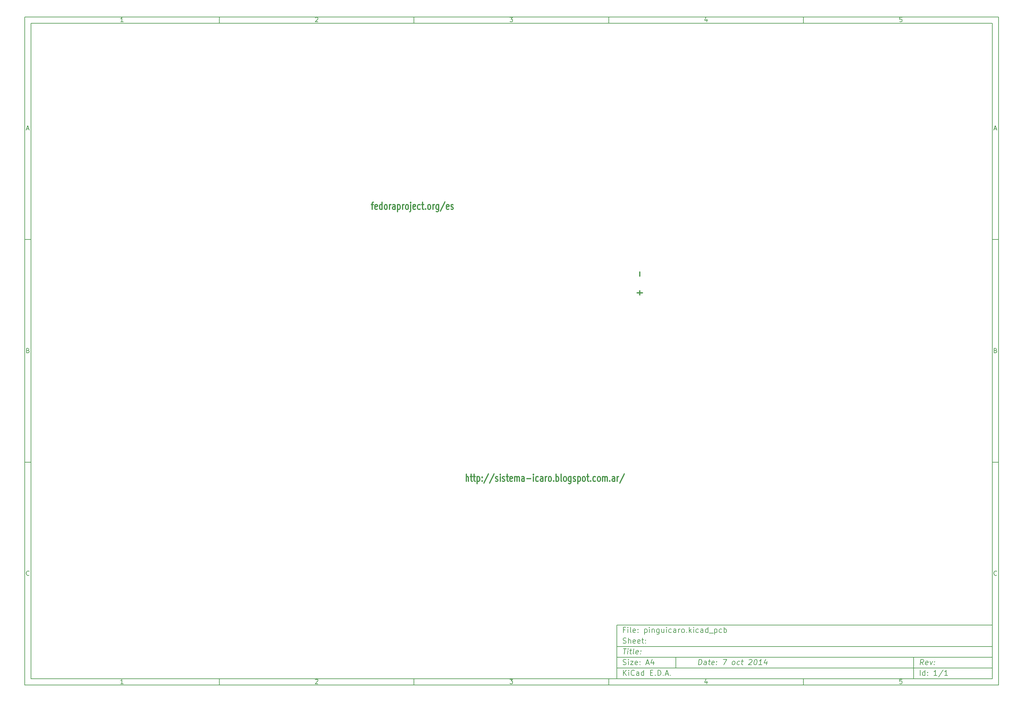
<source format=gbr>
G04 (created by PCBNEW (2013-june-11)-stable) date mar 07 oct 2014 09:39:09 ART*
%MOIN*%
G04 Gerber Fmt 3.4, Leading zero omitted, Abs format*
%FSLAX34Y34*%
G01*
G70*
G90*
G04 APERTURE LIST*
%ADD10C,0.00590551*%
%ADD11C,0.012*%
G04 APERTURE END LIST*
G54D10*
X4000Y-4000D02*
X112930Y-4000D01*
X112930Y-78680D01*
X4000Y-78680D01*
X4000Y-4000D01*
X4700Y-4700D02*
X112230Y-4700D01*
X112230Y-77980D01*
X4700Y-77980D01*
X4700Y-4700D01*
X25780Y-4000D02*
X25780Y-4700D01*
X15032Y-4552D02*
X14747Y-4552D01*
X14890Y-4552D02*
X14890Y-4052D01*
X14842Y-4123D01*
X14794Y-4171D01*
X14747Y-4195D01*
X25780Y-78680D02*
X25780Y-77980D01*
X15032Y-78532D02*
X14747Y-78532D01*
X14890Y-78532D02*
X14890Y-78032D01*
X14842Y-78103D01*
X14794Y-78151D01*
X14747Y-78175D01*
X47560Y-4000D02*
X47560Y-4700D01*
X36527Y-4100D02*
X36550Y-4076D01*
X36598Y-4052D01*
X36717Y-4052D01*
X36765Y-4076D01*
X36789Y-4100D01*
X36812Y-4147D01*
X36812Y-4195D01*
X36789Y-4266D01*
X36503Y-4552D01*
X36812Y-4552D01*
X47560Y-78680D02*
X47560Y-77980D01*
X36527Y-78080D02*
X36550Y-78056D01*
X36598Y-78032D01*
X36717Y-78032D01*
X36765Y-78056D01*
X36789Y-78080D01*
X36812Y-78127D01*
X36812Y-78175D01*
X36789Y-78246D01*
X36503Y-78532D01*
X36812Y-78532D01*
X69340Y-4000D02*
X69340Y-4700D01*
X58283Y-4052D02*
X58592Y-4052D01*
X58426Y-4242D01*
X58497Y-4242D01*
X58545Y-4266D01*
X58569Y-4290D01*
X58592Y-4338D01*
X58592Y-4457D01*
X58569Y-4504D01*
X58545Y-4528D01*
X58497Y-4552D01*
X58354Y-4552D01*
X58307Y-4528D01*
X58283Y-4504D01*
X69340Y-78680D02*
X69340Y-77980D01*
X58283Y-78032D02*
X58592Y-78032D01*
X58426Y-78222D01*
X58497Y-78222D01*
X58545Y-78246D01*
X58569Y-78270D01*
X58592Y-78318D01*
X58592Y-78437D01*
X58569Y-78484D01*
X58545Y-78508D01*
X58497Y-78532D01*
X58354Y-78532D01*
X58307Y-78508D01*
X58283Y-78484D01*
X91120Y-4000D02*
X91120Y-4700D01*
X80325Y-4219D02*
X80325Y-4552D01*
X80206Y-4028D02*
X80087Y-4385D01*
X80396Y-4385D01*
X91120Y-78680D02*
X91120Y-77980D01*
X80325Y-78199D02*
X80325Y-78532D01*
X80206Y-78008D02*
X80087Y-78365D01*
X80396Y-78365D01*
X102129Y-4052D02*
X101890Y-4052D01*
X101867Y-4290D01*
X101890Y-4266D01*
X101938Y-4242D01*
X102057Y-4242D01*
X102105Y-4266D01*
X102129Y-4290D01*
X102152Y-4338D01*
X102152Y-4457D01*
X102129Y-4504D01*
X102105Y-4528D01*
X102057Y-4552D01*
X101938Y-4552D01*
X101890Y-4528D01*
X101867Y-4504D01*
X102129Y-78032D02*
X101890Y-78032D01*
X101867Y-78270D01*
X101890Y-78246D01*
X101938Y-78222D01*
X102057Y-78222D01*
X102105Y-78246D01*
X102129Y-78270D01*
X102152Y-78318D01*
X102152Y-78437D01*
X102129Y-78484D01*
X102105Y-78508D01*
X102057Y-78532D01*
X101938Y-78532D01*
X101890Y-78508D01*
X101867Y-78484D01*
X4000Y-28890D02*
X4700Y-28890D01*
X4230Y-16509D02*
X4469Y-16509D01*
X4183Y-16652D02*
X4350Y-16152D01*
X4516Y-16652D01*
X112930Y-28890D02*
X112230Y-28890D01*
X112460Y-16509D02*
X112699Y-16509D01*
X112413Y-16652D02*
X112580Y-16152D01*
X112746Y-16652D01*
X4000Y-53780D02*
X4700Y-53780D01*
X4385Y-41280D02*
X4457Y-41304D01*
X4480Y-41328D01*
X4504Y-41375D01*
X4504Y-41447D01*
X4480Y-41494D01*
X4457Y-41518D01*
X4409Y-41542D01*
X4219Y-41542D01*
X4219Y-41042D01*
X4385Y-41042D01*
X4433Y-41066D01*
X4457Y-41090D01*
X4480Y-41137D01*
X4480Y-41185D01*
X4457Y-41232D01*
X4433Y-41256D01*
X4385Y-41280D01*
X4219Y-41280D01*
X112930Y-53780D02*
X112230Y-53780D01*
X112615Y-41280D02*
X112687Y-41304D01*
X112710Y-41328D01*
X112734Y-41375D01*
X112734Y-41447D01*
X112710Y-41494D01*
X112687Y-41518D01*
X112639Y-41542D01*
X112449Y-41542D01*
X112449Y-41042D01*
X112615Y-41042D01*
X112663Y-41066D01*
X112687Y-41090D01*
X112710Y-41137D01*
X112710Y-41185D01*
X112687Y-41232D01*
X112663Y-41256D01*
X112615Y-41280D01*
X112449Y-41280D01*
X4504Y-66384D02*
X4480Y-66408D01*
X4409Y-66432D01*
X4361Y-66432D01*
X4290Y-66408D01*
X4242Y-66360D01*
X4219Y-66313D01*
X4195Y-66218D01*
X4195Y-66146D01*
X4219Y-66051D01*
X4242Y-66003D01*
X4290Y-65956D01*
X4361Y-65932D01*
X4409Y-65932D01*
X4480Y-65956D01*
X4504Y-65980D01*
X112734Y-66384D02*
X112710Y-66408D01*
X112639Y-66432D01*
X112591Y-66432D01*
X112520Y-66408D01*
X112472Y-66360D01*
X112449Y-66313D01*
X112425Y-66218D01*
X112425Y-66146D01*
X112449Y-66051D01*
X112472Y-66003D01*
X112520Y-65956D01*
X112591Y-65932D01*
X112639Y-65932D01*
X112710Y-65956D01*
X112734Y-65980D01*
X79380Y-76422D02*
X79455Y-75822D01*
X79597Y-75822D01*
X79680Y-75851D01*
X79730Y-75908D01*
X79751Y-75965D01*
X79765Y-76080D01*
X79755Y-76165D01*
X79712Y-76280D01*
X79676Y-76337D01*
X79612Y-76394D01*
X79522Y-76422D01*
X79380Y-76422D01*
X80237Y-76422D02*
X80276Y-76108D01*
X80255Y-76051D01*
X80201Y-76022D01*
X80087Y-76022D01*
X80026Y-76051D01*
X80240Y-76394D02*
X80180Y-76422D01*
X80037Y-76422D01*
X79983Y-76394D01*
X79962Y-76337D01*
X79969Y-76280D01*
X80005Y-76222D01*
X80065Y-76194D01*
X80208Y-76194D01*
X80269Y-76165D01*
X80487Y-76022D02*
X80715Y-76022D01*
X80597Y-75822D02*
X80533Y-76337D01*
X80555Y-76394D01*
X80608Y-76422D01*
X80665Y-76422D01*
X81097Y-76394D02*
X81037Y-76422D01*
X80922Y-76422D01*
X80869Y-76394D01*
X80847Y-76337D01*
X80876Y-76108D01*
X80912Y-76051D01*
X80972Y-76022D01*
X81087Y-76022D01*
X81140Y-76051D01*
X81162Y-76108D01*
X81155Y-76165D01*
X80862Y-76222D01*
X81387Y-76365D02*
X81412Y-76394D01*
X81380Y-76422D01*
X81355Y-76394D01*
X81387Y-76365D01*
X81380Y-76422D01*
X81426Y-76051D02*
X81451Y-76080D01*
X81419Y-76108D01*
X81394Y-76080D01*
X81426Y-76051D01*
X81419Y-76108D01*
X82140Y-75822D02*
X82540Y-75822D01*
X82208Y-76422D01*
X83237Y-76422D02*
X83183Y-76394D01*
X83158Y-76365D01*
X83137Y-76308D01*
X83158Y-76137D01*
X83194Y-76080D01*
X83226Y-76051D01*
X83287Y-76022D01*
X83372Y-76022D01*
X83426Y-76051D01*
X83451Y-76080D01*
X83472Y-76137D01*
X83451Y-76308D01*
X83415Y-76365D01*
X83383Y-76394D01*
X83322Y-76422D01*
X83237Y-76422D01*
X83955Y-76394D02*
X83894Y-76422D01*
X83780Y-76422D01*
X83726Y-76394D01*
X83701Y-76365D01*
X83680Y-76308D01*
X83701Y-76137D01*
X83737Y-76080D01*
X83769Y-76051D01*
X83830Y-76022D01*
X83944Y-76022D01*
X83997Y-76051D01*
X84172Y-76022D02*
X84401Y-76022D01*
X84283Y-75822D02*
X84219Y-76337D01*
X84240Y-76394D01*
X84294Y-76422D01*
X84351Y-76422D01*
X85047Y-75880D02*
X85080Y-75851D01*
X85140Y-75822D01*
X85283Y-75822D01*
X85337Y-75851D01*
X85362Y-75880D01*
X85383Y-75937D01*
X85376Y-75994D01*
X85337Y-76080D01*
X84951Y-76422D01*
X85322Y-76422D01*
X85769Y-75822D02*
X85826Y-75822D01*
X85880Y-75851D01*
X85905Y-75880D01*
X85926Y-75937D01*
X85940Y-76051D01*
X85922Y-76194D01*
X85880Y-76308D01*
X85844Y-76365D01*
X85812Y-76394D01*
X85751Y-76422D01*
X85694Y-76422D01*
X85640Y-76394D01*
X85615Y-76365D01*
X85594Y-76308D01*
X85580Y-76194D01*
X85597Y-76051D01*
X85640Y-75937D01*
X85676Y-75880D01*
X85708Y-75851D01*
X85769Y-75822D01*
X86465Y-76422D02*
X86122Y-76422D01*
X86294Y-76422D02*
X86369Y-75822D01*
X86301Y-75908D01*
X86237Y-75965D01*
X86176Y-75994D01*
X87030Y-76022D02*
X86980Y-76422D01*
X86915Y-75794D02*
X86719Y-76222D01*
X87090Y-76222D01*
X70972Y-77622D02*
X70972Y-77022D01*
X71315Y-77622D02*
X71058Y-77280D01*
X71315Y-77022D02*
X70972Y-77365D01*
X71572Y-77622D02*
X71572Y-77222D01*
X71572Y-77022D02*
X71544Y-77051D01*
X71572Y-77080D01*
X71601Y-77051D01*
X71572Y-77022D01*
X71572Y-77080D01*
X72201Y-77565D02*
X72172Y-77594D01*
X72087Y-77622D01*
X72030Y-77622D01*
X71944Y-77594D01*
X71887Y-77537D01*
X71858Y-77480D01*
X71830Y-77365D01*
X71830Y-77280D01*
X71858Y-77165D01*
X71887Y-77108D01*
X71944Y-77051D01*
X72030Y-77022D01*
X72087Y-77022D01*
X72172Y-77051D01*
X72201Y-77080D01*
X72715Y-77622D02*
X72715Y-77308D01*
X72687Y-77251D01*
X72630Y-77222D01*
X72515Y-77222D01*
X72458Y-77251D01*
X72715Y-77594D02*
X72658Y-77622D01*
X72515Y-77622D01*
X72458Y-77594D01*
X72430Y-77537D01*
X72430Y-77480D01*
X72458Y-77422D01*
X72515Y-77394D01*
X72658Y-77394D01*
X72715Y-77365D01*
X73258Y-77622D02*
X73258Y-77022D01*
X73258Y-77594D02*
X73201Y-77622D01*
X73087Y-77622D01*
X73030Y-77594D01*
X73001Y-77565D01*
X72972Y-77508D01*
X72972Y-77337D01*
X73001Y-77280D01*
X73030Y-77251D01*
X73087Y-77222D01*
X73201Y-77222D01*
X73258Y-77251D01*
X74001Y-77308D02*
X74201Y-77308D01*
X74287Y-77622D02*
X74001Y-77622D01*
X74001Y-77022D01*
X74287Y-77022D01*
X74544Y-77565D02*
X74572Y-77594D01*
X74544Y-77622D01*
X74515Y-77594D01*
X74544Y-77565D01*
X74544Y-77622D01*
X74829Y-77622D02*
X74829Y-77022D01*
X74972Y-77022D01*
X75058Y-77051D01*
X75115Y-77108D01*
X75144Y-77165D01*
X75172Y-77280D01*
X75172Y-77365D01*
X75144Y-77480D01*
X75115Y-77537D01*
X75058Y-77594D01*
X74972Y-77622D01*
X74829Y-77622D01*
X75429Y-77565D02*
X75458Y-77594D01*
X75429Y-77622D01*
X75401Y-77594D01*
X75429Y-77565D01*
X75429Y-77622D01*
X75687Y-77451D02*
X75972Y-77451D01*
X75629Y-77622D02*
X75829Y-77022D01*
X76029Y-77622D01*
X76229Y-77565D02*
X76258Y-77594D01*
X76229Y-77622D01*
X76201Y-77594D01*
X76229Y-77565D01*
X76229Y-77622D01*
X104522Y-76422D02*
X104358Y-76137D01*
X104180Y-76422D02*
X104255Y-75822D01*
X104483Y-75822D01*
X104537Y-75851D01*
X104562Y-75880D01*
X104583Y-75937D01*
X104572Y-76022D01*
X104537Y-76080D01*
X104505Y-76108D01*
X104444Y-76137D01*
X104215Y-76137D01*
X105012Y-76394D02*
X104951Y-76422D01*
X104837Y-76422D01*
X104783Y-76394D01*
X104762Y-76337D01*
X104790Y-76108D01*
X104826Y-76051D01*
X104887Y-76022D01*
X105001Y-76022D01*
X105055Y-76051D01*
X105076Y-76108D01*
X105069Y-76165D01*
X104776Y-76222D01*
X105287Y-76022D02*
X105380Y-76422D01*
X105572Y-76022D01*
X105758Y-76365D02*
X105783Y-76394D01*
X105751Y-76422D01*
X105726Y-76394D01*
X105758Y-76365D01*
X105751Y-76422D01*
X105797Y-76051D02*
X105822Y-76080D01*
X105790Y-76108D01*
X105765Y-76080D01*
X105797Y-76051D01*
X105790Y-76108D01*
X70944Y-76394D02*
X71030Y-76422D01*
X71172Y-76422D01*
X71230Y-76394D01*
X71258Y-76365D01*
X71287Y-76308D01*
X71287Y-76251D01*
X71258Y-76194D01*
X71230Y-76165D01*
X71172Y-76137D01*
X71058Y-76108D01*
X71001Y-76080D01*
X70972Y-76051D01*
X70944Y-75994D01*
X70944Y-75937D01*
X70972Y-75880D01*
X71001Y-75851D01*
X71058Y-75822D01*
X71201Y-75822D01*
X71287Y-75851D01*
X71544Y-76422D02*
X71544Y-76022D01*
X71544Y-75822D02*
X71515Y-75851D01*
X71544Y-75880D01*
X71572Y-75851D01*
X71544Y-75822D01*
X71544Y-75880D01*
X71772Y-76022D02*
X72087Y-76022D01*
X71772Y-76422D01*
X72087Y-76422D01*
X72544Y-76394D02*
X72487Y-76422D01*
X72372Y-76422D01*
X72315Y-76394D01*
X72287Y-76337D01*
X72287Y-76108D01*
X72315Y-76051D01*
X72372Y-76022D01*
X72487Y-76022D01*
X72544Y-76051D01*
X72572Y-76108D01*
X72572Y-76165D01*
X72287Y-76222D01*
X72830Y-76365D02*
X72858Y-76394D01*
X72830Y-76422D01*
X72801Y-76394D01*
X72830Y-76365D01*
X72830Y-76422D01*
X72830Y-76051D02*
X72858Y-76080D01*
X72830Y-76108D01*
X72801Y-76080D01*
X72830Y-76051D01*
X72830Y-76108D01*
X73544Y-76251D02*
X73830Y-76251D01*
X73487Y-76422D02*
X73687Y-75822D01*
X73887Y-76422D01*
X74344Y-76022D02*
X74344Y-76422D01*
X74201Y-75794D02*
X74058Y-76222D01*
X74430Y-76222D01*
X104172Y-77622D02*
X104172Y-77022D01*
X104715Y-77622D02*
X104715Y-77022D01*
X104715Y-77594D02*
X104658Y-77622D01*
X104544Y-77622D01*
X104487Y-77594D01*
X104458Y-77565D01*
X104430Y-77508D01*
X104430Y-77337D01*
X104458Y-77280D01*
X104487Y-77251D01*
X104544Y-77222D01*
X104658Y-77222D01*
X104715Y-77251D01*
X105001Y-77565D02*
X105030Y-77594D01*
X105001Y-77622D01*
X104972Y-77594D01*
X105001Y-77565D01*
X105001Y-77622D01*
X105001Y-77251D02*
X105030Y-77280D01*
X105001Y-77308D01*
X104972Y-77280D01*
X105001Y-77251D01*
X105001Y-77308D01*
X106058Y-77622D02*
X105715Y-77622D01*
X105887Y-77622D02*
X105887Y-77022D01*
X105829Y-77108D01*
X105772Y-77165D01*
X105715Y-77194D01*
X106744Y-76994D02*
X106230Y-77765D01*
X107258Y-77622D02*
X106915Y-77622D01*
X107087Y-77622D02*
X107087Y-77022D01*
X107029Y-77108D01*
X106972Y-77165D01*
X106915Y-77194D01*
X70969Y-74622D02*
X71312Y-74622D01*
X71065Y-75222D02*
X71140Y-74622D01*
X71437Y-75222D02*
X71487Y-74822D01*
X71512Y-74622D02*
X71480Y-74651D01*
X71505Y-74680D01*
X71537Y-74651D01*
X71512Y-74622D01*
X71505Y-74680D01*
X71687Y-74822D02*
X71915Y-74822D01*
X71797Y-74622D02*
X71733Y-75137D01*
X71755Y-75194D01*
X71808Y-75222D01*
X71865Y-75222D01*
X72151Y-75222D02*
X72097Y-75194D01*
X72076Y-75137D01*
X72140Y-74622D01*
X72612Y-75194D02*
X72551Y-75222D01*
X72437Y-75222D01*
X72383Y-75194D01*
X72362Y-75137D01*
X72390Y-74908D01*
X72426Y-74851D01*
X72487Y-74822D01*
X72601Y-74822D01*
X72655Y-74851D01*
X72676Y-74908D01*
X72669Y-74965D01*
X72376Y-75022D01*
X72901Y-75165D02*
X72926Y-75194D01*
X72894Y-75222D01*
X72869Y-75194D01*
X72901Y-75165D01*
X72894Y-75222D01*
X72940Y-74851D02*
X72965Y-74880D01*
X72933Y-74908D01*
X72908Y-74880D01*
X72940Y-74851D01*
X72933Y-74908D01*
X71172Y-72508D02*
X70972Y-72508D01*
X70972Y-72822D02*
X70972Y-72222D01*
X71258Y-72222D01*
X71487Y-72822D02*
X71487Y-72422D01*
X71487Y-72222D02*
X71458Y-72251D01*
X71487Y-72280D01*
X71515Y-72251D01*
X71487Y-72222D01*
X71487Y-72280D01*
X71858Y-72822D02*
X71801Y-72794D01*
X71772Y-72737D01*
X71772Y-72222D01*
X72315Y-72794D02*
X72258Y-72822D01*
X72144Y-72822D01*
X72087Y-72794D01*
X72058Y-72737D01*
X72058Y-72508D01*
X72087Y-72451D01*
X72144Y-72422D01*
X72258Y-72422D01*
X72315Y-72451D01*
X72344Y-72508D01*
X72344Y-72565D01*
X72058Y-72622D01*
X72601Y-72765D02*
X72630Y-72794D01*
X72601Y-72822D01*
X72572Y-72794D01*
X72601Y-72765D01*
X72601Y-72822D01*
X72601Y-72451D02*
X72630Y-72480D01*
X72601Y-72508D01*
X72572Y-72480D01*
X72601Y-72451D01*
X72601Y-72508D01*
X73344Y-72422D02*
X73344Y-73022D01*
X73344Y-72451D02*
X73401Y-72422D01*
X73515Y-72422D01*
X73572Y-72451D01*
X73601Y-72480D01*
X73630Y-72537D01*
X73630Y-72708D01*
X73601Y-72765D01*
X73572Y-72794D01*
X73515Y-72822D01*
X73401Y-72822D01*
X73344Y-72794D01*
X73887Y-72822D02*
X73887Y-72422D01*
X73887Y-72222D02*
X73858Y-72251D01*
X73887Y-72280D01*
X73915Y-72251D01*
X73887Y-72222D01*
X73887Y-72280D01*
X74172Y-72422D02*
X74172Y-72822D01*
X74172Y-72480D02*
X74201Y-72451D01*
X74258Y-72422D01*
X74344Y-72422D01*
X74401Y-72451D01*
X74430Y-72508D01*
X74430Y-72822D01*
X74972Y-72422D02*
X74972Y-72908D01*
X74944Y-72965D01*
X74915Y-72994D01*
X74858Y-73022D01*
X74772Y-73022D01*
X74715Y-72994D01*
X74972Y-72794D02*
X74915Y-72822D01*
X74801Y-72822D01*
X74744Y-72794D01*
X74715Y-72765D01*
X74687Y-72708D01*
X74687Y-72537D01*
X74715Y-72480D01*
X74744Y-72451D01*
X74801Y-72422D01*
X74915Y-72422D01*
X74972Y-72451D01*
X75515Y-72422D02*
X75515Y-72822D01*
X75258Y-72422D02*
X75258Y-72737D01*
X75287Y-72794D01*
X75344Y-72822D01*
X75430Y-72822D01*
X75487Y-72794D01*
X75515Y-72765D01*
X75801Y-72822D02*
X75801Y-72422D01*
X75801Y-72222D02*
X75772Y-72251D01*
X75801Y-72280D01*
X75830Y-72251D01*
X75801Y-72222D01*
X75801Y-72280D01*
X76344Y-72794D02*
X76287Y-72822D01*
X76172Y-72822D01*
X76115Y-72794D01*
X76087Y-72765D01*
X76058Y-72708D01*
X76058Y-72537D01*
X76087Y-72480D01*
X76115Y-72451D01*
X76172Y-72422D01*
X76287Y-72422D01*
X76344Y-72451D01*
X76858Y-72822D02*
X76858Y-72508D01*
X76830Y-72451D01*
X76772Y-72422D01*
X76658Y-72422D01*
X76601Y-72451D01*
X76858Y-72794D02*
X76801Y-72822D01*
X76658Y-72822D01*
X76601Y-72794D01*
X76572Y-72737D01*
X76572Y-72680D01*
X76601Y-72622D01*
X76658Y-72594D01*
X76801Y-72594D01*
X76858Y-72565D01*
X77144Y-72822D02*
X77144Y-72422D01*
X77144Y-72537D02*
X77172Y-72480D01*
X77201Y-72451D01*
X77258Y-72422D01*
X77315Y-72422D01*
X77601Y-72822D02*
X77544Y-72794D01*
X77515Y-72765D01*
X77487Y-72708D01*
X77487Y-72537D01*
X77515Y-72480D01*
X77544Y-72451D01*
X77601Y-72422D01*
X77687Y-72422D01*
X77744Y-72451D01*
X77772Y-72480D01*
X77801Y-72537D01*
X77801Y-72708D01*
X77772Y-72765D01*
X77744Y-72794D01*
X77687Y-72822D01*
X77601Y-72822D01*
X78058Y-72765D02*
X78087Y-72794D01*
X78058Y-72822D01*
X78030Y-72794D01*
X78058Y-72765D01*
X78058Y-72822D01*
X78344Y-72822D02*
X78344Y-72222D01*
X78401Y-72594D02*
X78572Y-72822D01*
X78572Y-72422D02*
X78344Y-72651D01*
X78829Y-72822D02*
X78829Y-72422D01*
X78829Y-72222D02*
X78801Y-72251D01*
X78829Y-72280D01*
X78858Y-72251D01*
X78829Y-72222D01*
X78829Y-72280D01*
X79372Y-72794D02*
X79315Y-72822D01*
X79201Y-72822D01*
X79144Y-72794D01*
X79115Y-72765D01*
X79087Y-72708D01*
X79087Y-72537D01*
X79115Y-72480D01*
X79144Y-72451D01*
X79201Y-72422D01*
X79315Y-72422D01*
X79372Y-72451D01*
X79887Y-72822D02*
X79887Y-72508D01*
X79858Y-72451D01*
X79801Y-72422D01*
X79687Y-72422D01*
X79629Y-72451D01*
X79887Y-72794D02*
X79829Y-72822D01*
X79687Y-72822D01*
X79629Y-72794D01*
X79601Y-72737D01*
X79601Y-72680D01*
X79629Y-72622D01*
X79687Y-72594D01*
X79829Y-72594D01*
X79887Y-72565D01*
X80429Y-72822D02*
X80429Y-72222D01*
X80429Y-72794D02*
X80372Y-72822D01*
X80258Y-72822D01*
X80201Y-72794D01*
X80172Y-72765D01*
X80144Y-72708D01*
X80144Y-72537D01*
X80172Y-72480D01*
X80201Y-72451D01*
X80258Y-72422D01*
X80372Y-72422D01*
X80429Y-72451D01*
X80572Y-72880D02*
X81029Y-72880D01*
X81172Y-72422D02*
X81172Y-73022D01*
X81172Y-72451D02*
X81229Y-72422D01*
X81344Y-72422D01*
X81401Y-72451D01*
X81429Y-72480D01*
X81458Y-72537D01*
X81458Y-72708D01*
X81429Y-72765D01*
X81401Y-72794D01*
X81344Y-72822D01*
X81229Y-72822D01*
X81172Y-72794D01*
X81972Y-72794D02*
X81915Y-72822D01*
X81801Y-72822D01*
X81744Y-72794D01*
X81715Y-72765D01*
X81687Y-72708D01*
X81687Y-72537D01*
X81715Y-72480D01*
X81744Y-72451D01*
X81801Y-72422D01*
X81915Y-72422D01*
X81972Y-72451D01*
X82229Y-72822D02*
X82229Y-72222D01*
X82229Y-72451D02*
X82287Y-72422D01*
X82401Y-72422D01*
X82458Y-72451D01*
X82487Y-72480D01*
X82515Y-72537D01*
X82515Y-72708D01*
X82487Y-72765D01*
X82458Y-72794D01*
X82401Y-72822D01*
X82287Y-72822D01*
X82229Y-72794D01*
X70944Y-73994D02*
X71030Y-74022D01*
X71172Y-74022D01*
X71230Y-73994D01*
X71258Y-73965D01*
X71287Y-73908D01*
X71287Y-73851D01*
X71258Y-73794D01*
X71230Y-73765D01*
X71172Y-73737D01*
X71058Y-73708D01*
X71001Y-73680D01*
X70972Y-73651D01*
X70944Y-73594D01*
X70944Y-73537D01*
X70972Y-73480D01*
X71001Y-73451D01*
X71058Y-73422D01*
X71201Y-73422D01*
X71287Y-73451D01*
X71544Y-74022D02*
X71544Y-73422D01*
X71801Y-74022D02*
X71801Y-73708D01*
X71772Y-73651D01*
X71715Y-73622D01*
X71630Y-73622D01*
X71572Y-73651D01*
X71544Y-73680D01*
X72315Y-73994D02*
X72258Y-74022D01*
X72144Y-74022D01*
X72087Y-73994D01*
X72058Y-73937D01*
X72058Y-73708D01*
X72087Y-73651D01*
X72144Y-73622D01*
X72258Y-73622D01*
X72315Y-73651D01*
X72344Y-73708D01*
X72344Y-73765D01*
X72058Y-73822D01*
X72830Y-73994D02*
X72772Y-74022D01*
X72658Y-74022D01*
X72601Y-73994D01*
X72572Y-73937D01*
X72572Y-73708D01*
X72601Y-73651D01*
X72658Y-73622D01*
X72772Y-73622D01*
X72830Y-73651D01*
X72858Y-73708D01*
X72858Y-73765D01*
X72572Y-73822D01*
X73030Y-73622D02*
X73258Y-73622D01*
X73115Y-73422D02*
X73115Y-73937D01*
X73144Y-73994D01*
X73201Y-74022D01*
X73258Y-74022D01*
X73458Y-73965D02*
X73487Y-73994D01*
X73458Y-74022D01*
X73430Y-73994D01*
X73458Y-73965D01*
X73458Y-74022D01*
X73458Y-73651D02*
X73487Y-73680D01*
X73458Y-73708D01*
X73430Y-73680D01*
X73458Y-73651D01*
X73458Y-73708D01*
X70230Y-71980D02*
X70230Y-77980D01*
X70230Y-71980D02*
X112230Y-71980D01*
X70230Y-71980D02*
X112230Y-71980D01*
X70230Y-74380D02*
X112230Y-74380D01*
X103430Y-75580D02*
X103430Y-77980D01*
X70230Y-76780D02*
X112230Y-76780D01*
X70230Y-75580D02*
X112230Y-75580D01*
X76830Y-75580D02*
X76830Y-76780D01*
G54D11*
X53400Y-55923D02*
X53400Y-55123D01*
X53657Y-55923D02*
X53657Y-55504D01*
X53628Y-55428D01*
X53571Y-55390D01*
X53485Y-55390D01*
X53428Y-55428D01*
X53400Y-55466D01*
X53857Y-55390D02*
X54085Y-55390D01*
X53942Y-55123D02*
X53942Y-55809D01*
X53971Y-55885D01*
X54028Y-55923D01*
X54085Y-55923D01*
X54200Y-55390D02*
X54428Y-55390D01*
X54285Y-55123D02*
X54285Y-55809D01*
X54314Y-55885D01*
X54371Y-55923D01*
X54428Y-55923D01*
X54628Y-55390D02*
X54628Y-56190D01*
X54628Y-55428D02*
X54685Y-55390D01*
X54800Y-55390D01*
X54857Y-55428D01*
X54885Y-55466D01*
X54914Y-55542D01*
X54914Y-55771D01*
X54885Y-55847D01*
X54857Y-55885D01*
X54800Y-55923D01*
X54685Y-55923D01*
X54628Y-55885D01*
X55171Y-55847D02*
X55200Y-55885D01*
X55171Y-55923D01*
X55142Y-55885D01*
X55171Y-55847D01*
X55171Y-55923D01*
X55171Y-55428D02*
X55200Y-55466D01*
X55171Y-55504D01*
X55142Y-55466D01*
X55171Y-55428D01*
X55171Y-55504D01*
X55885Y-55085D02*
X55371Y-56114D01*
X56514Y-55085D02*
X56000Y-56114D01*
X56685Y-55885D02*
X56742Y-55923D01*
X56857Y-55923D01*
X56914Y-55885D01*
X56942Y-55809D01*
X56942Y-55771D01*
X56914Y-55695D01*
X56857Y-55657D01*
X56771Y-55657D01*
X56714Y-55619D01*
X56685Y-55542D01*
X56685Y-55504D01*
X56714Y-55428D01*
X56771Y-55390D01*
X56857Y-55390D01*
X56914Y-55428D01*
X57200Y-55923D02*
X57200Y-55390D01*
X57200Y-55123D02*
X57171Y-55161D01*
X57200Y-55200D01*
X57228Y-55161D01*
X57200Y-55123D01*
X57200Y-55200D01*
X57457Y-55885D02*
X57514Y-55923D01*
X57628Y-55923D01*
X57685Y-55885D01*
X57714Y-55809D01*
X57714Y-55771D01*
X57685Y-55695D01*
X57628Y-55657D01*
X57542Y-55657D01*
X57485Y-55619D01*
X57457Y-55542D01*
X57457Y-55504D01*
X57485Y-55428D01*
X57542Y-55390D01*
X57628Y-55390D01*
X57685Y-55428D01*
X57885Y-55390D02*
X58114Y-55390D01*
X57971Y-55123D02*
X57971Y-55809D01*
X58000Y-55885D01*
X58057Y-55923D01*
X58114Y-55923D01*
X58542Y-55885D02*
X58485Y-55923D01*
X58371Y-55923D01*
X58314Y-55885D01*
X58285Y-55809D01*
X58285Y-55504D01*
X58314Y-55428D01*
X58371Y-55390D01*
X58485Y-55390D01*
X58542Y-55428D01*
X58571Y-55504D01*
X58571Y-55580D01*
X58285Y-55657D01*
X58828Y-55923D02*
X58828Y-55390D01*
X58828Y-55466D02*
X58857Y-55428D01*
X58914Y-55390D01*
X59000Y-55390D01*
X59057Y-55428D01*
X59085Y-55504D01*
X59085Y-55923D01*
X59085Y-55504D02*
X59114Y-55428D01*
X59171Y-55390D01*
X59257Y-55390D01*
X59314Y-55428D01*
X59342Y-55504D01*
X59342Y-55923D01*
X59885Y-55923D02*
X59885Y-55504D01*
X59857Y-55428D01*
X59800Y-55390D01*
X59685Y-55390D01*
X59628Y-55428D01*
X59885Y-55885D02*
X59828Y-55923D01*
X59685Y-55923D01*
X59628Y-55885D01*
X59600Y-55809D01*
X59600Y-55733D01*
X59628Y-55657D01*
X59685Y-55619D01*
X59828Y-55619D01*
X59885Y-55580D01*
X60171Y-55619D02*
X60628Y-55619D01*
X60914Y-55923D02*
X60914Y-55390D01*
X60914Y-55123D02*
X60885Y-55161D01*
X60914Y-55200D01*
X60942Y-55161D01*
X60914Y-55123D01*
X60914Y-55200D01*
X61457Y-55885D02*
X61399Y-55923D01*
X61285Y-55923D01*
X61228Y-55885D01*
X61199Y-55847D01*
X61171Y-55771D01*
X61171Y-55542D01*
X61199Y-55466D01*
X61228Y-55428D01*
X61285Y-55390D01*
X61399Y-55390D01*
X61457Y-55428D01*
X61971Y-55923D02*
X61971Y-55504D01*
X61942Y-55428D01*
X61885Y-55390D01*
X61771Y-55390D01*
X61714Y-55428D01*
X61971Y-55885D02*
X61914Y-55923D01*
X61771Y-55923D01*
X61714Y-55885D01*
X61685Y-55809D01*
X61685Y-55733D01*
X61714Y-55657D01*
X61771Y-55619D01*
X61914Y-55619D01*
X61971Y-55580D01*
X62257Y-55923D02*
X62257Y-55390D01*
X62257Y-55542D02*
X62285Y-55466D01*
X62314Y-55428D01*
X62371Y-55390D01*
X62428Y-55390D01*
X62714Y-55923D02*
X62657Y-55885D01*
X62628Y-55847D01*
X62600Y-55771D01*
X62600Y-55542D01*
X62628Y-55466D01*
X62657Y-55428D01*
X62714Y-55390D01*
X62800Y-55390D01*
X62857Y-55428D01*
X62885Y-55466D01*
X62914Y-55542D01*
X62914Y-55771D01*
X62885Y-55847D01*
X62857Y-55885D01*
X62800Y-55923D01*
X62714Y-55923D01*
X63171Y-55847D02*
X63200Y-55885D01*
X63171Y-55923D01*
X63142Y-55885D01*
X63171Y-55847D01*
X63171Y-55923D01*
X63457Y-55923D02*
X63457Y-55123D01*
X63457Y-55428D02*
X63514Y-55390D01*
X63628Y-55390D01*
X63685Y-55428D01*
X63714Y-55466D01*
X63742Y-55542D01*
X63742Y-55771D01*
X63714Y-55847D01*
X63685Y-55885D01*
X63628Y-55923D01*
X63514Y-55923D01*
X63457Y-55885D01*
X64085Y-55923D02*
X64028Y-55885D01*
X63999Y-55809D01*
X63999Y-55123D01*
X64399Y-55923D02*
X64342Y-55885D01*
X64314Y-55847D01*
X64285Y-55771D01*
X64285Y-55542D01*
X64314Y-55466D01*
X64342Y-55428D01*
X64399Y-55390D01*
X64485Y-55390D01*
X64542Y-55428D01*
X64571Y-55466D01*
X64599Y-55542D01*
X64599Y-55771D01*
X64571Y-55847D01*
X64542Y-55885D01*
X64485Y-55923D01*
X64399Y-55923D01*
X65114Y-55390D02*
X65114Y-56038D01*
X65085Y-56114D01*
X65057Y-56152D01*
X64999Y-56190D01*
X64914Y-56190D01*
X64857Y-56152D01*
X65114Y-55885D02*
X65057Y-55923D01*
X64942Y-55923D01*
X64885Y-55885D01*
X64857Y-55847D01*
X64828Y-55771D01*
X64828Y-55542D01*
X64857Y-55466D01*
X64885Y-55428D01*
X64942Y-55390D01*
X65057Y-55390D01*
X65114Y-55428D01*
X65371Y-55885D02*
X65428Y-55923D01*
X65542Y-55923D01*
X65599Y-55885D01*
X65628Y-55809D01*
X65628Y-55771D01*
X65599Y-55695D01*
X65542Y-55657D01*
X65457Y-55657D01*
X65399Y-55619D01*
X65371Y-55542D01*
X65371Y-55504D01*
X65399Y-55428D01*
X65457Y-55390D01*
X65542Y-55390D01*
X65599Y-55428D01*
X65885Y-55390D02*
X65885Y-56190D01*
X65885Y-55428D02*
X65942Y-55390D01*
X66057Y-55390D01*
X66114Y-55428D01*
X66142Y-55466D01*
X66171Y-55542D01*
X66171Y-55771D01*
X66142Y-55847D01*
X66114Y-55885D01*
X66057Y-55923D01*
X65942Y-55923D01*
X65885Y-55885D01*
X66514Y-55923D02*
X66457Y-55885D01*
X66428Y-55847D01*
X66399Y-55771D01*
X66399Y-55542D01*
X66428Y-55466D01*
X66457Y-55428D01*
X66514Y-55390D01*
X66599Y-55390D01*
X66657Y-55428D01*
X66685Y-55466D01*
X66714Y-55542D01*
X66714Y-55771D01*
X66685Y-55847D01*
X66657Y-55885D01*
X66599Y-55923D01*
X66514Y-55923D01*
X66885Y-55390D02*
X67114Y-55390D01*
X66971Y-55123D02*
X66971Y-55809D01*
X66999Y-55885D01*
X67057Y-55923D01*
X67114Y-55923D01*
X67314Y-55847D02*
X67342Y-55885D01*
X67314Y-55923D01*
X67285Y-55885D01*
X67314Y-55847D01*
X67314Y-55923D01*
X67857Y-55885D02*
X67799Y-55923D01*
X67685Y-55923D01*
X67628Y-55885D01*
X67599Y-55847D01*
X67571Y-55771D01*
X67571Y-55542D01*
X67599Y-55466D01*
X67628Y-55428D01*
X67685Y-55390D01*
X67799Y-55390D01*
X67857Y-55428D01*
X68199Y-55923D02*
X68142Y-55885D01*
X68114Y-55847D01*
X68085Y-55771D01*
X68085Y-55542D01*
X68114Y-55466D01*
X68142Y-55428D01*
X68199Y-55390D01*
X68285Y-55390D01*
X68342Y-55428D01*
X68371Y-55466D01*
X68399Y-55542D01*
X68399Y-55771D01*
X68371Y-55847D01*
X68342Y-55885D01*
X68285Y-55923D01*
X68199Y-55923D01*
X68657Y-55923D02*
X68657Y-55390D01*
X68657Y-55466D02*
X68685Y-55428D01*
X68742Y-55390D01*
X68828Y-55390D01*
X68885Y-55428D01*
X68914Y-55504D01*
X68914Y-55923D01*
X68914Y-55504D02*
X68942Y-55428D01*
X68999Y-55390D01*
X69085Y-55390D01*
X69142Y-55428D01*
X69171Y-55504D01*
X69171Y-55923D01*
X69457Y-55847D02*
X69485Y-55885D01*
X69457Y-55923D01*
X69428Y-55885D01*
X69457Y-55847D01*
X69457Y-55923D01*
X69999Y-55923D02*
X69999Y-55504D01*
X69971Y-55428D01*
X69914Y-55390D01*
X69799Y-55390D01*
X69742Y-55428D01*
X69999Y-55885D02*
X69942Y-55923D01*
X69799Y-55923D01*
X69742Y-55885D01*
X69714Y-55809D01*
X69714Y-55733D01*
X69742Y-55657D01*
X69799Y-55619D01*
X69942Y-55619D01*
X69999Y-55580D01*
X70285Y-55923D02*
X70285Y-55390D01*
X70285Y-55542D02*
X70314Y-55466D01*
X70342Y-55428D01*
X70399Y-55390D01*
X70457Y-55390D01*
X71085Y-55085D02*
X70571Y-56114D01*
X42785Y-24990D02*
X43014Y-24990D01*
X42871Y-25523D02*
X42871Y-24838D01*
X42900Y-24761D01*
X42957Y-24723D01*
X43014Y-24723D01*
X43442Y-25485D02*
X43385Y-25523D01*
X43271Y-25523D01*
X43214Y-25485D01*
X43185Y-25409D01*
X43185Y-25104D01*
X43214Y-25028D01*
X43271Y-24990D01*
X43385Y-24990D01*
X43442Y-25028D01*
X43471Y-25104D01*
X43471Y-25180D01*
X43185Y-25257D01*
X43985Y-25523D02*
X43985Y-24723D01*
X43985Y-25485D02*
X43928Y-25523D01*
X43814Y-25523D01*
X43757Y-25485D01*
X43728Y-25447D01*
X43700Y-25371D01*
X43700Y-25142D01*
X43728Y-25066D01*
X43757Y-25028D01*
X43814Y-24990D01*
X43928Y-24990D01*
X43985Y-25028D01*
X44357Y-25523D02*
X44300Y-25485D01*
X44271Y-25447D01*
X44242Y-25371D01*
X44242Y-25142D01*
X44271Y-25066D01*
X44300Y-25028D01*
X44357Y-24990D01*
X44442Y-24990D01*
X44500Y-25028D01*
X44528Y-25066D01*
X44557Y-25142D01*
X44557Y-25371D01*
X44528Y-25447D01*
X44500Y-25485D01*
X44442Y-25523D01*
X44357Y-25523D01*
X44814Y-25523D02*
X44814Y-24990D01*
X44814Y-25142D02*
X44842Y-25066D01*
X44871Y-25028D01*
X44928Y-24990D01*
X44985Y-24990D01*
X45442Y-25523D02*
X45442Y-25104D01*
X45414Y-25028D01*
X45357Y-24990D01*
X45242Y-24990D01*
X45185Y-25028D01*
X45442Y-25485D02*
X45385Y-25523D01*
X45242Y-25523D01*
X45185Y-25485D01*
X45157Y-25409D01*
X45157Y-25333D01*
X45185Y-25257D01*
X45242Y-25219D01*
X45385Y-25219D01*
X45442Y-25180D01*
X45728Y-24990D02*
X45728Y-25790D01*
X45728Y-25028D02*
X45785Y-24990D01*
X45900Y-24990D01*
X45957Y-25028D01*
X45985Y-25066D01*
X46014Y-25142D01*
X46014Y-25371D01*
X45985Y-25447D01*
X45957Y-25485D01*
X45900Y-25523D01*
X45785Y-25523D01*
X45728Y-25485D01*
X46271Y-25523D02*
X46271Y-24990D01*
X46271Y-25142D02*
X46300Y-25066D01*
X46328Y-25028D01*
X46385Y-24990D01*
X46442Y-24990D01*
X46728Y-25523D02*
X46671Y-25485D01*
X46642Y-25447D01*
X46614Y-25371D01*
X46614Y-25142D01*
X46642Y-25066D01*
X46671Y-25028D01*
X46728Y-24990D01*
X46814Y-24990D01*
X46871Y-25028D01*
X46900Y-25066D01*
X46928Y-25142D01*
X46928Y-25371D01*
X46900Y-25447D01*
X46871Y-25485D01*
X46814Y-25523D01*
X46728Y-25523D01*
X47185Y-24990D02*
X47185Y-25676D01*
X47157Y-25752D01*
X47100Y-25790D01*
X47071Y-25790D01*
X47185Y-24723D02*
X47157Y-24761D01*
X47185Y-24800D01*
X47214Y-24761D01*
X47185Y-24723D01*
X47185Y-24800D01*
X47700Y-25485D02*
X47642Y-25523D01*
X47528Y-25523D01*
X47471Y-25485D01*
X47442Y-25409D01*
X47442Y-25104D01*
X47471Y-25028D01*
X47528Y-24990D01*
X47642Y-24990D01*
X47700Y-25028D01*
X47728Y-25104D01*
X47728Y-25180D01*
X47442Y-25257D01*
X48242Y-25485D02*
X48185Y-25523D01*
X48071Y-25523D01*
X48014Y-25485D01*
X47985Y-25447D01*
X47957Y-25371D01*
X47957Y-25142D01*
X47985Y-25066D01*
X48014Y-25028D01*
X48071Y-24990D01*
X48185Y-24990D01*
X48242Y-25028D01*
X48414Y-24990D02*
X48642Y-24990D01*
X48500Y-24723D02*
X48500Y-25409D01*
X48528Y-25485D01*
X48585Y-25523D01*
X48642Y-25523D01*
X48842Y-25447D02*
X48871Y-25485D01*
X48842Y-25523D01*
X48814Y-25485D01*
X48842Y-25447D01*
X48842Y-25523D01*
X49214Y-25523D02*
X49157Y-25485D01*
X49128Y-25447D01*
X49100Y-25371D01*
X49100Y-25142D01*
X49128Y-25066D01*
X49157Y-25028D01*
X49214Y-24990D01*
X49300Y-24990D01*
X49357Y-25028D01*
X49385Y-25066D01*
X49414Y-25142D01*
X49414Y-25371D01*
X49385Y-25447D01*
X49357Y-25485D01*
X49300Y-25523D01*
X49214Y-25523D01*
X49671Y-25523D02*
X49671Y-24990D01*
X49671Y-25142D02*
X49700Y-25066D01*
X49728Y-25028D01*
X49785Y-24990D01*
X49842Y-24990D01*
X50300Y-24990D02*
X50300Y-25638D01*
X50271Y-25714D01*
X50242Y-25752D01*
X50185Y-25790D01*
X50100Y-25790D01*
X50042Y-25752D01*
X50300Y-25485D02*
X50242Y-25523D01*
X50128Y-25523D01*
X50071Y-25485D01*
X50042Y-25447D01*
X50014Y-25371D01*
X50014Y-25142D01*
X50042Y-25066D01*
X50071Y-25028D01*
X50128Y-24990D01*
X50242Y-24990D01*
X50300Y-25028D01*
X51014Y-24685D02*
X50500Y-25714D01*
X51442Y-25485D02*
X51385Y-25523D01*
X51271Y-25523D01*
X51214Y-25485D01*
X51185Y-25409D01*
X51185Y-25104D01*
X51214Y-25028D01*
X51271Y-24990D01*
X51385Y-24990D01*
X51442Y-25028D01*
X51471Y-25104D01*
X51471Y-25180D01*
X51185Y-25257D01*
X51700Y-25485D02*
X51757Y-25523D01*
X51871Y-25523D01*
X51928Y-25485D01*
X51957Y-25409D01*
X51957Y-25371D01*
X51928Y-25295D01*
X51871Y-25257D01*
X51785Y-25257D01*
X51728Y-25219D01*
X51700Y-25142D01*
X51700Y-25104D01*
X51728Y-25028D01*
X51785Y-24990D01*
X51871Y-24990D01*
X51928Y-25028D01*
X72819Y-35085D02*
X72819Y-34628D01*
X73123Y-34857D02*
X72514Y-34857D01*
X72819Y-32971D02*
X72819Y-32514D01*
M02*

</source>
